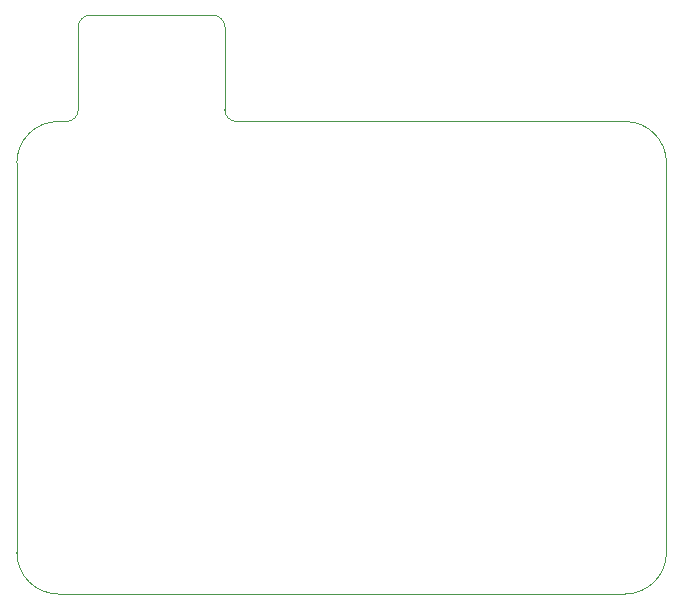
<source format=gm1>
%TF.GenerationSoftware,KiCad,Pcbnew,7.0.1*%
%TF.CreationDate,2023-10-27T08:58:37+02:00*%
%TF.ProjectId,SensorLeapSMA,53656e73-6f72-44c6-9561-70534d412e6b,rev?*%
%TF.SameCoordinates,Original*%
%TF.FileFunction,Profile,NP*%
%FSLAX46Y46*%
G04 Gerber Fmt 4.6, Leading zero omitted, Abs format (unit mm)*
G04 Created by KiCad (PCBNEW 7.0.1) date 2023-10-27 08:58:37*
%MOMM*%
%LPD*%
G01*
G04 APERTURE LIST*
%TA.AperFunction,Profile*%
%ADD10C,0.100000*%
%TD*%
G04 APERTURE END LIST*
D10*
X63500000Y-40000000D02*
G75*
G03*
X60000000Y-43500000I0J-3500000D01*
G01*
X64200000Y-40000000D02*
X63500000Y-40000000D01*
X60000000Y-76500000D02*
G75*
G03*
X63500000Y-80000000I3500000J0D01*
G01*
X115000000Y-43500000D02*
X115000000Y-76500000D01*
X111500000Y-80000000D02*
G75*
G03*
X115000000Y-76500000I0J3500000D01*
G01*
X111500000Y-40000000D02*
X78600000Y-40000000D01*
X66200000Y-31000000D02*
G75*
G03*
X65200000Y-32000000I0J-1000000D01*
G01*
X77600000Y-32000000D02*
X77600000Y-39000000D01*
X65200000Y-39000000D02*
X65200000Y-32000000D01*
X111500000Y-80000000D02*
X63500000Y-80000000D01*
X77600000Y-32000000D02*
G75*
G03*
X76600000Y-31000000I-1000000J0D01*
G01*
X115000000Y-43500000D02*
G75*
G03*
X111500000Y-40000000I-3500000J0D01*
G01*
X66200000Y-31000000D02*
X76600000Y-31000000D01*
X60000000Y-43500000D02*
X60000000Y-76500000D01*
X64200000Y-40000000D02*
G75*
G03*
X65200000Y-39000000I0J1000000D01*
G01*
X77600000Y-39000000D02*
G75*
G03*
X78600000Y-40000000I1000000J0D01*
G01*
M02*

</source>
